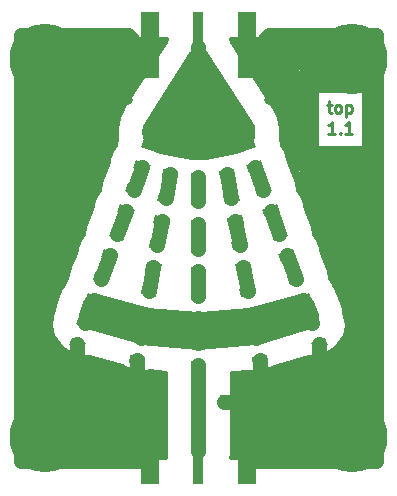
<source format=gtl>
G04 #@! TF.GenerationSoftware,KiCad,Pcbnew,5.0.2-bee76a0~70~ubuntu18.04.1*
G04 #@! TF.CreationDate,2019-07-24T00:54:38+02:00*
G04 #@! TF.ProjectId,DummyLoad,44756d6d-794c-46f6-9164-2e6b69636164,1.1*
G04 #@! TF.SameCoordinates,Original*
G04 #@! TF.FileFunction,Copper,L1,Top*
G04 #@! TF.FilePolarity,Positive*
%FSLAX46Y46*%
G04 Gerber Fmt 4.6, Leading zero omitted, Abs format (unit mm)*
G04 Created by KiCad (PCBNEW 5.0.2-bee76a0~70~ubuntu18.04.1) date Mi 24 Jul 2019 00:54:38 CEST*
%MOMM*%
%LPD*%
G01*
G04 APERTURE LIST*
G04 #@! TA.AperFunction,NonConductor*
%ADD10C,0.250000*%
G04 #@! TD*
G04 #@! TA.AperFunction,SMDPad,CuDef*
%ADD11R,1.300000X0.700000*%
G04 #@! TD*
G04 #@! TA.AperFunction,SMDPad,CuDef*
%ADD12R,0.900000X5.600000*%
G04 #@! TD*
G04 #@! TA.AperFunction,SMDPad,CuDef*
%ADD13R,1.650000X5.600000*%
G04 #@! TD*
G04 #@! TA.AperFunction,SMDPad,CuDef*
%ADD14C,0.700000*%
G04 #@! TD*
G04 #@! TA.AperFunction,Conductor*
%ADD15C,0.100000*%
G04 #@! TD*
G04 #@! TA.AperFunction,SMDPad,CuDef*
%ADD16R,0.700000X1.300000*%
G04 #@! TD*
G04 #@! TA.AperFunction,ViaPad*
%ADD17C,0.800000*%
G04 #@! TD*
G04 #@! TA.AperFunction,ViaPad*
%ADD18C,6.000000*%
G04 #@! TD*
G04 #@! TA.AperFunction,Conductor*
%ADD19C,1.300000*%
G04 #@! TD*
G04 #@! TA.AperFunction,Conductor*
%ADD20C,0.254000*%
G04 #@! TD*
G04 APERTURE END LIST*
D10*
X110904761Y-107910714D02*
X111285714Y-107910714D01*
X111047619Y-107577380D02*
X111047619Y-108434523D01*
X111095238Y-108529761D01*
X111190476Y-108577380D01*
X111285714Y-108577380D01*
X111761904Y-108577380D02*
X111666666Y-108529761D01*
X111619047Y-108482142D01*
X111571428Y-108386904D01*
X111571428Y-108101190D01*
X111619047Y-108005952D01*
X111666666Y-107958333D01*
X111761904Y-107910714D01*
X111904761Y-107910714D01*
X112000000Y-107958333D01*
X112047619Y-108005952D01*
X112095238Y-108101190D01*
X112095238Y-108386904D01*
X112047619Y-108482142D01*
X112000000Y-108529761D01*
X111904761Y-108577380D01*
X111761904Y-108577380D01*
X112523809Y-107910714D02*
X112523809Y-108910714D01*
X112523809Y-107958333D02*
X112619047Y-107910714D01*
X112809523Y-107910714D01*
X112904761Y-107958333D01*
X112952380Y-108005952D01*
X113000000Y-108101190D01*
X113000000Y-108386904D01*
X112952380Y-108482142D01*
X112904761Y-108529761D01*
X112809523Y-108577380D01*
X112619047Y-108577380D01*
X112523809Y-108529761D01*
X111571428Y-110327380D02*
X111000000Y-110327380D01*
X111285714Y-110327380D02*
X111285714Y-109327380D01*
X111190476Y-109470238D01*
X111095238Y-109565476D01*
X111000000Y-109613095D01*
X112000000Y-110232142D02*
X112047619Y-110279761D01*
X112000000Y-110327380D01*
X111952380Y-110279761D01*
X112000000Y-110232142D01*
X112000000Y-110327380D01*
X113000000Y-110327380D02*
X112428571Y-110327380D01*
X112714285Y-110327380D02*
X112714285Y-109327380D01*
X112619047Y-109470238D01*
X112523809Y-109565476D01*
X112428571Y-109613095D01*
D11*
G04 #@! TO.P,R15,1*
G04 #@! TO.N,Net-(R10-Pad1)*
X100000000Y-128050000D03*
G04 #@! TO.P,R15,2*
G04 #@! TO.N,/HF_OUT*
X100000000Y-129950000D03*
G04 #@! TD*
D12*
G04 #@! TO.P,CN1,1*
G04 #@! TO.N,/HF_IN*
X100000000Y-102800000D03*
D13*
G04 #@! TO.P,CN1,2*
G04 #@! TO.N,GND*
X104125000Y-102800000D03*
G04 #@! TO.P,CN1,3*
X95875000Y-102800000D03*
G04 #@! TD*
G04 #@! TO.P,CN2,3*
G04 #@! TO.N,GND*
X104125000Y-137200000D03*
G04 #@! TO.P,CN2,2*
X95875000Y-137200000D03*
D12*
G04 #@! TO.P,CN2,1*
G04 #@! TO.N,/HF_OUT*
X100000000Y-137200000D03*
G04 #@! TD*
D14*
G04 #@! TO.P,R1,1*
G04 #@! TO.N,/HF_IN*
X95878657Y-111323296D03*
D15*
G04 #@! TD*
G04 #@! TO.N,/HF_IN*
G04 #@! TO.C,R1*
G36*
X95387564Y-110772090D02*
X96609164Y-111216717D01*
X96369750Y-111874502D01*
X95148150Y-111429875D01*
X95387564Y-110772090D01*
X95387564Y-110772090D01*
G37*
D14*
G04 #@! TO.P,R1,2*
G04 #@! TO.N,Net-(R1-Pad2)*
X95228819Y-113108712D03*
D15*
G04 #@! TD*
G04 #@! TO.N,Net-(R1-Pad2)*
G04 #@! TO.C,R1*
G36*
X94737726Y-112557506D02*
X95959326Y-113002133D01*
X95719912Y-113659918D01*
X94498312Y-113215291D01*
X94737726Y-112557506D01*
X94737726Y-112557506D01*
G37*
D14*
G04 #@! TO.P,R2,2*
G04 #@! TO.N,Net-(R2-Pad2)*
X93860739Y-116867483D03*
D15*
G04 #@! TD*
G04 #@! TO.N,Net-(R2-Pad2)*
G04 #@! TO.C,R2*
G36*
X93369646Y-116316277D02*
X94591246Y-116760904D01*
X94351832Y-117418689D01*
X93130232Y-116974062D01*
X93369646Y-116316277D01*
X93369646Y-116316277D01*
G37*
D14*
G04 #@! TO.P,R2,1*
G04 #@! TO.N,Net-(R1-Pad2)*
X94510577Y-115082067D03*
D15*
G04 #@! TD*
G04 #@! TO.N,Net-(R1-Pad2)*
G04 #@! TO.C,R2*
G36*
X94019484Y-114530861D02*
X95241084Y-114975488D01*
X95001670Y-115633273D01*
X93780070Y-115188646D01*
X94019484Y-114530861D01*
X94019484Y-114530861D01*
G37*
D14*
G04 #@! TO.P,R3,1*
G04 #@! TO.N,Net-(R2-Pad2)*
X93142496Y-118840837D03*
D15*
G04 #@! TD*
G04 #@! TO.N,Net-(R2-Pad2)*
G04 #@! TO.C,R3*
G36*
X92651403Y-118289631D02*
X93873003Y-118734258D01*
X93633589Y-119392043D01*
X92411989Y-118947416D01*
X92651403Y-118289631D01*
X92651403Y-118289631D01*
G37*
D14*
G04 #@! TO.P,R3,2*
G04 #@! TO.N,Net-(R3-Pad2)*
X92492658Y-120626253D03*
D15*
G04 #@! TD*
G04 #@! TO.N,Net-(R3-Pad2)*
G04 #@! TO.C,R3*
G36*
X92001565Y-120075047D02*
X93223165Y-120519674D01*
X92983751Y-121177459D01*
X91762151Y-120732832D01*
X92001565Y-120075047D01*
X92001565Y-120075047D01*
G37*
D14*
G04 #@! TO.P,R4,2*
G04 #@! TO.N,Net-(R10-Pad1)*
X91124577Y-124385023D03*
D15*
G04 #@! TD*
G04 #@! TO.N,Net-(R10-Pad1)*
G04 #@! TO.C,R4*
G36*
X90633484Y-123833817D02*
X91855084Y-124278444D01*
X91615670Y-124936229D01*
X90394070Y-124491602D01*
X90633484Y-123833817D01*
X90633484Y-123833817D01*
G37*
D14*
G04 #@! TO.P,R4,1*
G04 #@! TO.N,Net-(R3-Pad2)*
X91774415Y-122599607D03*
D15*
G04 #@! TD*
G04 #@! TO.N,Net-(R3-Pad2)*
G04 #@! TO.C,R4*
G36*
X91283322Y-122048401D02*
X92504922Y-122493028D01*
X92265508Y-123150813D01*
X91043908Y-122706186D01*
X91283322Y-122048401D01*
X91283322Y-122048401D01*
G37*
D14*
G04 #@! TO.P,R5,1*
G04 #@! TO.N,Net-(R10-Pad1)*
X90406335Y-126358378D03*
D15*
G04 #@! TD*
G04 #@! TO.N,Net-(R10-Pad1)*
G04 #@! TO.C,R5*
G36*
X89915242Y-125807172D02*
X91136842Y-126251799D01*
X90897428Y-126909584D01*
X89675828Y-126464957D01*
X89915242Y-125807172D01*
X89915242Y-125807172D01*
G37*
D14*
G04 #@! TO.P,R5,2*
G04 #@! TO.N,GND*
X89756497Y-128143794D03*
D15*
G04 #@! TD*
G04 #@! TO.N,GND*
G04 #@! TO.C,R5*
G36*
X89265404Y-127592588D02*
X90487004Y-128037215D01*
X90247590Y-128695000D01*
X89025990Y-128250373D01*
X89265404Y-127592588D01*
X89265404Y-127592588D01*
G37*
D14*
G04 #@! TO.P,R6,1*
G04 #@! TO.N,/HF_IN*
X97907540Y-111866933D03*
D15*
G04 #@! TD*
G04 #@! TO.N,/HF_IN*
G04 #@! TO.C,R6*
G36*
X97328192Y-111409379D02*
X98608442Y-111635122D01*
X98486888Y-112324487D01*
X97206638Y-112098744D01*
X97328192Y-111409379D01*
X97328192Y-111409379D01*
G37*
D14*
G04 #@! TO.P,R6,2*
G04 #@! TO.N,Net-(R6-Pad2)*
X97577608Y-113738067D03*
D15*
G04 #@! TD*
G04 #@! TO.N,Net-(R6-Pad2)*
G04 #@! TO.C,R6*
G36*
X96998260Y-113280513D02*
X98278510Y-113506256D01*
X98156956Y-114195621D01*
X96876706Y-113969878D01*
X96998260Y-113280513D01*
X96998260Y-113280513D01*
G37*
D14*
G04 #@! TO.P,R7,2*
G04 #@! TO.N,Net-(R7-Pad2)*
X96883016Y-117677298D03*
D15*
G04 #@! TD*
G04 #@! TO.N,Net-(R7-Pad2)*
G04 #@! TO.C,R7*
G36*
X96303668Y-117219744D02*
X97583918Y-117445487D01*
X97462364Y-118134852D01*
X96182114Y-117909109D01*
X96303668Y-117219744D01*
X96303668Y-117219744D01*
G37*
D14*
G04 #@! TO.P,R7,1*
G04 #@! TO.N,Net-(R6-Pad2)*
X97212948Y-115806164D03*
D15*
G04 #@! TD*
G04 #@! TO.N,Net-(R6-Pad2)*
G04 #@! TO.C,R7*
G36*
X96633600Y-115348610D02*
X97913850Y-115574353D01*
X97792296Y-116263718D01*
X96512046Y-116037975D01*
X96633600Y-115348610D01*
X96633600Y-115348610D01*
G37*
D14*
G04 #@! TO.P,R8,1*
G04 #@! TO.N,Net-(R7-Pad2)*
X96518355Y-119745395D03*
D15*
G04 #@! TD*
G04 #@! TO.N,Net-(R7-Pad2)*
G04 #@! TO.C,R8*
G36*
X95939007Y-119287841D02*
X97219257Y-119513584D01*
X97097703Y-120202949D01*
X95817453Y-119977206D01*
X95939007Y-119287841D01*
X95939007Y-119287841D01*
G37*
D14*
G04 #@! TO.P,R8,2*
G04 #@! TO.N,Net-(R8-Pad2)*
X96188423Y-121616529D03*
D15*
G04 #@! TD*
G04 #@! TO.N,Net-(R8-Pad2)*
G04 #@! TO.C,R8*
G36*
X95609075Y-121158975D02*
X96889325Y-121384718D01*
X96767771Y-122074083D01*
X95487521Y-121848340D01*
X95609075Y-121158975D01*
X95609075Y-121158975D01*
G37*
D14*
G04 #@! TO.P,R9,2*
G04 #@! TO.N,Net-(R10-Pad1)*
X95493830Y-125555760D03*
D15*
G04 #@! TD*
G04 #@! TO.N,Net-(R10-Pad1)*
G04 #@! TO.C,R9*
G36*
X94914482Y-125098206D02*
X96194732Y-125323949D01*
X96073178Y-126013314D01*
X94792928Y-125787571D01*
X94914482Y-125098206D01*
X94914482Y-125098206D01*
G37*
D14*
G04 #@! TO.P,R9,1*
G04 #@! TO.N,Net-(R8-Pad2)*
X95823762Y-123684626D03*
D15*
G04 #@! TD*
G04 #@! TO.N,Net-(R8-Pad2)*
G04 #@! TO.C,R9*
G36*
X95244414Y-123227072D02*
X96524664Y-123452815D01*
X96403110Y-124142180D01*
X95122860Y-123916437D01*
X95244414Y-123227072D01*
X95244414Y-123227072D01*
G37*
D14*
G04 #@! TO.P,R10,1*
G04 #@! TO.N,Net-(R10-Pad1)*
X95129170Y-127623857D03*
D15*
G04 #@! TD*
G04 #@! TO.N,Net-(R10-Pad1)*
G04 #@! TO.C,R10*
G36*
X94549822Y-127166303D02*
X95830072Y-127392046D01*
X95708518Y-128081411D01*
X94428268Y-127855668D01*
X94549822Y-127166303D01*
X94549822Y-127166303D01*
G37*
D14*
G04 #@! TO.P,R10,2*
G04 #@! TO.N,GND*
X94799238Y-129494991D03*
D15*
G04 #@! TD*
G04 #@! TO.N,GND*
G04 #@! TO.C,R10*
G36*
X94219890Y-129037437D02*
X95500140Y-129263180D01*
X95378586Y-129952545D01*
X94098336Y-129726802D01*
X94219890Y-129037437D01*
X94219890Y-129037437D01*
G37*
D11*
G04 #@! TO.P,R11,1*
G04 #@! TO.N,/HF_IN*
X100000000Y-112050000D03*
G04 #@! TO.P,R11,2*
G04 #@! TO.N,Net-(R11-Pad2)*
X100000000Y-113950000D03*
G04 #@! TD*
G04 #@! TO.P,R12,2*
G04 #@! TO.N,Net-(R12-Pad2)*
X100000000Y-117950000D03*
G04 #@! TO.P,R12,1*
G04 #@! TO.N,Net-(R11-Pad2)*
X100000000Y-116050000D03*
G04 #@! TD*
G04 #@! TO.P,R13,1*
G04 #@! TO.N,Net-(R12-Pad2)*
X100000000Y-120050000D03*
G04 #@! TO.P,R13,2*
G04 #@! TO.N,Net-(R13-Pad2)*
X100000000Y-121950000D03*
G04 #@! TD*
G04 #@! TO.P,R14,2*
G04 #@! TO.N,Net-(R10-Pad1)*
X100000000Y-125950000D03*
G04 #@! TO.P,R14,1*
G04 #@! TO.N,Net-(R13-Pad2)*
X100000000Y-124050000D03*
G04 #@! TD*
D14*
G04 #@! TO.P,R16,2*
G04 #@! TO.N,Net-(R16-Pad2)*
X102422392Y-113738067D03*
D15*
G04 #@! TD*
G04 #@! TO.N,Net-(R16-Pad2)*
G04 #@! TO.C,R16*
G36*
X101721490Y-113506256D02*
X103001740Y-113280513D01*
X103123294Y-113969878D01*
X101843044Y-114195621D01*
X101721490Y-113506256D01*
X101721490Y-113506256D01*
G37*
D14*
G04 #@! TO.P,R16,1*
G04 #@! TO.N,/HF_IN*
X102092460Y-111866933D03*
D15*
G04 #@! TD*
G04 #@! TO.N,/HF_IN*
G04 #@! TO.C,R16*
G36*
X101391558Y-111635122D02*
X102671808Y-111409379D01*
X102793362Y-112098744D01*
X101513112Y-112324487D01*
X101391558Y-111635122D01*
X101391558Y-111635122D01*
G37*
D14*
G04 #@! TO.P,R17,1*
G04 #@! TO.N,Net-(R16-Pad2)*
X102787052Y-115806164D03*
D15*
G04 #@! TD*
G04 #@! TO.N,Net-(R16-Pad2)*
G04 #@! TO.C,R17*
G36*
X102086150Y-115574353D02*
X103366400Y-115348610D01*
X103487954Y-116037975D01*
X102207704Y-116263718D01*
X102086150Y-115574353D01*
X102086150Y-115574353D01*
G37*
D14*
G04 #@! TO.P,R17,2*
G04 #@! TO.N,Net-(R17-Pad2)*
X103116984Y-117677298D03*
D15*
G04 #@! TD*
G04 #@! TO.N,Net-(R17-Pad2)*
G04 #@! TO.C,R17*
G36*
X102416082Y-117445487D02*
X103696332Y-117219744D01*
X103817886Y-117909109D01*
X102537636Y-118134852D01*
X102416082Y-117445487D01*
X102416082Y-117445487D01*
G37*
D14*
G04 #@! TO.P,R18,2*
G04 #@! TO.N,Net-(R18-Pad2)*
X103811577Y-121616529D03*
D15*
G04 #@! TD*
G04 #@! TO.N,Net-(R18-Pad2)*
G04 #@! TO.C,R18*
G36*
X103110675Y-121384718D02*
X104390925Y-121158975D01*
X104512479Y-121848340D01*
X103232229Y-122074083D01*
X103110675Y-121384718D01*
X103110675Y-121384718D01*
G37*
D14*
G04 #@! TO.P,R18,1*
G04 #@! TO.N,Net-(R17-Pad2)*
X103481645Y-119745395D03*
D15*
G04 #@! TD*
G04 #@! TO.N,Net-(R17-Pad2)*
G04 #@! TO.C,R18*
G36*
X102780743Y-119513584D02*
X104060993Y-119287841D01*
X104182547Y-119977206D01*
X102902297Y-120202949D01*
X102780743Y-119513584D01*
X102780743Y-119513584D01*
G37*
D14*
G04 #@! TO.P,R19,1*
G04 #@! TO.N,Net-(R18-Pad2)*
X104176238Y-123684626D03*
D15*
G04 #@! TD*
G04 #@! TO.N,Net-(R18-Pad2)*
G04 #@! TO.C,R19*
G36*
X103475336Y-123452815D02*
X104755586Y-123227072D01*
X104877140Y-123916437D01*
X103596890Y-124142180D01*
X103475336Y-123452815D01*
X103475336Y-123452815D01*
G37*
D14*
G04 #@! TO.P,R19,2*
G04 #@! TO.N,Net-(R10-Pad1)*
X104506170Y-125555760D03*
D15*
G04 #@! TD*
G04 #@! TO.N,Net-(R10-Pad1)*
G04 #@! TO.C,R19*
G36*
X103805268Y-125323949D02*
X105085518Y-125098206D01*
X105207072Y-125787571D01*
X103926822Y-126013314D01*
X103805268Y-125323949D01*
X103805268Y-125323949D01*
G37*
D14*
G04 #@! TO.P,R20,2*
G04 #@! TO.N,GND*
X105200762Y-129494991D03*
D15*
G04 #@! TD*
G04 #@! TO.N,GND*
G04 #@! TO.C,R20*
G36*
X104499860Y-129263180D02*
X105780110Y-129037437D01*
X105901664Y-129726802D01*
X104621414Y-129952545D01*
X104499860Y-129263180D01*
X104499860Y-129263180D01*
G37*
D14*
G04 #@! TO.P,R20,1*
G04 #@! TO.N,Net-(R10-Pad1)*
X104870830Y-127623857D03*
D15*
G04 #@! TD*
G04 #@! TO.N,Net-(R10-Pad1)*
G04 #@! TO.C,R20*
G36*
X104169928Y-127392046D02*
X105450178Y-127166303D01*
X105571732Y-127855668D01*
X104291482Y-128081411D01*
X104169928Y-127392046D01*
X104169928Y-127392046D01*
G37*
D14*
G04 #@! TO.P,R21,1*
G04 #@! TO.N,/HF_IN*
X104121343Y-111323296D03*
D15*
G04 #@! TD*
G04 #@! TO.N,/HF_IN*
G04 #@! TO.C,R21*
G36*
X103390836Y-111216717D02*
X104612436Y-110772090D01*
X104851850Y-111429875D01*
X103630250Y-111874502D01*
X103390836Y-111216717D01*
X103390836Y-111216717D01*
G37*
D14*
G04 #@! TO.P,R21,2*
G04 #@! TO.N,Net-(R21-Pad2)*
X104771181Y-113108712D03*
D15*
G04 #@! TD*
G04 #@! TO.N,Net-(R21-Pad2)*
G04 #@! TO.C,R21*
G36*
X104040674Y-113002133D02*
X105262274Y-112557506D01*
X105501688Y-113215291D01*
X104280088Y-113659918D01*
X104040674Y-113002133D01*
X104040674Y-113002133D01*
G37*
D14*
G04 #@! TO.P,R22,2*
G04 #@! TO.N,Net-(R22-Pad2)*
X106139261Y-116867483D03*
D15*
G04 #@! TD*
G04 #@! TO.N,Net-(R22-Pad2)*
G04 #@! TO.C,R22*
G36*
X105408754Y-116760904D02*
X106630354Y-116316277D01*
X106869768Y-116974062D01*
X105648168Y-117418689D01*
X105408754Y-116760904D01*
X105408754Y-116760904D01*
G37*
D14*
G04 #@! TO.P,R22,1*
G04 #@! TO.N,Net-(R21-Pad2)*
X105489423Y-115082067D03*
D15*
G04 #@! TD*
G04 #@! TO.N,Net-(R21-Pad2)*
G04 #@! TO.C,R22*
G36*
X104758916Y-114975488D02*
X105980516Y-114530861D01*
X106219930Y-115188646D01*
X104998330Y-115633273D01*
X104758916Y-114975488D01*
X104758916Y-114975488D01*
G37*
D14*
G04 #@! TO.P,R23,1*
G04 #@! TO.N,Net-(R22-Pad2)*
X106857504Y-118840837D03*
D15*
G04 #@! TD*
G04 #@! TO.N,Net-(R22-Pad2)*
G04 #@! TO.C,R23*
G36*
X106126997Y-118734258D02*
X107348597Y-118289631D01*
X107588011Y-118947416D01*
X106366411Y-119392043D01*
X106126997Y-118734258D01*
X106126997Y-118734258D01*
G37*
D14*
G04 #@! TO.P,R23,2*
G04 #@! TO.N,Net-(R23-Pad2)*
X107507342Y-120626253D03*
D15*
G04 #@! TD*
G04 #@! TO.N,Net-(R23-Pad2)*
G04 #@! TO.C,R23*
G36*
X106776835Y-120519674D02*
X107998435Y-120075047D01*
X108237849Y-120732832D01*
X107016249Y-121177459D01*
X106776835Y-120519674D01*
X106776835Y-120519674D01*
G37*
D14*
G04 #@! TO.P,R24,2*
G04 #@! TO.N,Net-(R10-Pad1)*
X108875423Y-124385023D03*
D15*
G04 #@! TD*
G04 #@! TO.N,Net-(R10-Pad1)*
G04 #@! TO.C,R24*
G36*
X108144916Y-124278444D02*
X109366516Y-123833817D01*
X109605930Y-124491602D01*
X108384330Y-124936229D01*
X108144916Y-124278444D01*
X108144916Y-124278444D01*
G37*
D14*
G04 #@! TO.P,R24,1*
G04 #@! TO.N,Net-(R23-Pad2)*
X108225585Y-122599607D03*
D15*
G04 #@! TD*
G04 #@! TO.N,Net-(R23-Pad2)*
G04 #@! TO.C,R24*
G36*
X107495078Y-122493028D02*
X108716678Y-122048401D01*
X108956092Y-122706186D01*
X107734492Y-123150813D01*
X107495078Y-122493028D01*
X107495078Y-122493028D01*
G37*
D14*
G04 #@! TO.P,R25,1*
G04 #@! TO.N,Net-(R10-Pad1)*
X109593665Y-126358378D03*
D15*
G04 #@! TD*
G04 #@! TO.N,Net-(R10-Pad1)*
G04 #@! TO.C,R25*
G36*
X108863158Y-126251799D02*
X110084758Y-125807172D01*
X110324172Y-126464957D01*
X109102572Y-126909584D01*
X108863158Y-126251799D01*
X108863158Y-126251799D01*
G37*
D14*
G04 #@! TO.P,R25,2*
G04 #@! TO.N,GND*
X110243503Y-128143794D03*
D15*
G04 #@! TD*
G04 #@! TO.N,GND*
G04 #@! TO.C,R25*
G36*
X109512996Y-128037215D02*
X110734596Y-127592588D01*
X110974010Y-128250373D01*
X109752410Y-128695000D01*
X109512996Y-128037215D01*
X109512996Y-128037215D01*
G37*
D16*
G04 #@! TO.P,R51,2*
G04 #@! TO.N,GND*
X102150000Y-133000000D03*
G04 #@! TO.P,R51,1*
G04 #@! TO.N,/HF_OUT*
X100250000Y-133000000D03*
G04 #@! TD*
D17*
G04 #@! TO.N,/HF_IN*
X100000000Y-106000000D03*
X97000000Y-110000000D03*
X103000000Y-110000000D03*
D18*
G04 #@! TO.N,GND*
X87000000Y-104000000D03*
D17*
X89000000Y-102000000D03*
X91000000Y-102000000D03*
X93000000Y-102000000D03*
X85000000Y-106000000D03*
X85000000Y-108000000D03*
X85000000Y-110000000D03*
X85000000Y-112000000D03*
X85000000Y-114000000D03*
X85000000Y-116000000D03*
X85000000Y-118000000D03*
X85000000Y-120000000D03*
X85000000Y-122000000D03*
X85000000Y-124000000D03*
X85000000Y-126000000D03*
X85000000Y-128000000D03*
X85000000Y-130000000D03*
X85000000Y-132000000D03*
X85000000Y-134000000D03*
D18*
X87000000Y-136000000D03*
D17*
X89000000Y-138000000D03*
X91000000Y-138000000D03*
X93000000Y-138000000D03*
D18*
X113000000Y-136000000D03*
D17*
X111000000Y-138000000D03*
X109000000Y-138000000D03*
X107000000Y-138000000D03*
X115000000Y-134000000D03*
X115000000Y-132000000D03*
X115000000Y-130000000D03*
X115000000Y-128000000D03*
X115000000Y-126000000D03*
X115000000Y-124000000D03*
X115000000Y-122000000D03*
X115000000Y-120000000D03*
X115000000Y-118000000D03*
X115000000Y-116000000D03*
X115000000Y-114000000D03*
X115000000Y-112000000D03*
X115000000Y-110000000D03*
X115000000Y-108000000D03*
X115000000Y-106000000D03*
D18*
X113000000Y-104000000D03*
D17*
X111000000Y-102000000D03*
X109000000Y-102000000D03*
X107000000Y-102000000D03*
X89000000Y-130000000D03*
X95000000Y-131000000D03*
X105000000Y-131000000D03*
X111000000Y-130000000D03*
X94000000Y-107500000D03*
X106000000Y-107500000D03*
X91000000Y-115000000D03*
X109000000Y-115000000D03*
X112000000Y-123000000D03*
X88000000Y-123000000D03*
G04 #@! TO.N,Net-(R10-Pad1)*
X93000000Y-126000000D03*
X97000000Y-127000000D03*
X103000000Y-127000000D03*
X107000000Y-126000000D03*
G04 #@! TD*
D19*
G04 #@! TO.N,/HF_IN*
X100000000Y-103000000D02*
X100000000Y-110500000D01*
G04 #@! TO.N,GND*
X85000000Y-138000000D02*
X85000000Y-138000000D01*
X95075000Y-138000000D02*
X95875000Y-137200000D01*
X85000000Y-102000000D02*
X85000000Y-102000000D01*
X94000000Y-102000000D02*
X93000000Y-102000000D01*
X95875000Y-102800000D02*
X94800000Y-102800000D01*
X94800000Y-102800000D02*
X94000000Y-102000000D01*
X115000000Y-138000000D02*
X115000000Y-138000000D01*
X115000000Y-102000000D02*
X115000000Y-102000000D01*
X104925000Y-138000000D02*
X104125000Y-137200000D01*
X106000000Y-102000000D02*
X107000000Y-102000000D01*
X104125000Y-102800000D02*
X105200000Y-102800000D01*
X105200000Y-102800000D02*
X106000000Y-102000000D01*
X85000000Y-102000000D02*
X85000000Y-104000000D01*
X87000000Y-102000000D02*
X85000000Y-102000000D01*
X89000000Y-102000000D02*
X87000000Y-102000000D01*
X91000000Y-102000000D02*
X89000000Y-102000000D01*
X93000000Y-102000000D02*
X91000000Y-102000000D01*
X85000000Y-104000000D02*
X85000000Y-106000000D01*
X85000000Y-106000000D02*
X85000000Y-108000000D01*
X85000000Y-108000000D02*
X85000000Y-110000000D01*
X85000000Y-110000000D02*
X85000000Y-112000000D01*
X85000000Y-112000000D02*
X85000000Y-114000000D01*
X85000000Y-114000000D02*
X85000000Y-116000000D01*
X85000000Y-116000000D02*
X85000000Y-118000000D01*
X85000000Y-118000000D02*
X85000000Y-120000000D01*
X85000000Y-120000000D02*
X85000000Y-122000000D01*
X85000000Y-122000000D02*
X85000000Y-124000000D01*
X85000000Y-124000000D02*
X85000000Y-126000000D01*
X85000000Y-126000000D02*
X85000000Y-128000000D01*
X85000000Y-128000000D02*
X85000000Y-130000000D01*
X85000000Y-130000000D02*
X85000000Y-132000000D01*
X85000000Y-132000000D02*
X85000000Y-134000000D01*
X85000000Y-134000000D02*
X85000000Y-136000000D01*
X85000000Y-136000000D02*
X85000000Y-138000000D01*
X85000000Y-138000000D02*
X87000000Y-138000000D01*
X87000000Y-138000000D02*
X89000000Y-138000000D01*
X89000000Y-138000000D02*
X91000000Y-138000000D01*
X91000000Y-138000000D02*
X93000000Y-138000000D01*
X93000000Y-138000000D02*
X95075000Y-138000000D01*
X115000000Y-138000000D02*
X113000000Y-138000000D01*
X113000000Y-138000000D02*
X111000000Y-138000000D01*
X111000000Y-138000000D02*
X109000000Y-138000000D01*
X109000000Y-138000000D02*
X107000000Y-138000000D01*
X107000000Y-138000000D02*
X104925000Y-138000000D01*
X115000000Y-136000000D02*
X115000000Y-138000000D01*
X115000000Y-134000000D02*
X115000000Y-136000000D01*
X115000000Y-132000000D02*
X115000000Y-134000000D01*
X115000000Y-130000000D02*
X115000000Y-132000000D01*
X115000000Y-128000000D02*
X115000000Y-130000000D01*
X115000000Y-126000000D02*
X115000000Y-128000000D01*
X115000000Y-124000000D02*
X115000000Y-126000000D01*
X115000000Y-122000000D02*
X115000000Y-124000000D01*
X115000000Y-120000000D02*
X115000000Y-122000000D01*
X115000000Y-118000000D02*
X115000000Y-120000000D01*
X115000000Y-116000000D02*
X115000000Y-118000000D01*
X115000000Y-114000000D02*
X115000000Y-116000000D01*
X115000000Y-112000000D02*
X115000000Y-114000000D01*
X115000000Y-110000000D02*
X115000000Y-112000000D01*
X115000000Y-108000000D02*
X115000000Y-110000000D01*
X115000000Y-106000000D02*
X115000000Y-108000000D01*
X115000000Y-104000000D02*
X115000000Y-106000000D01*
X115000000Y-102000000D02*
X115000000Y-104000000D01*
X113000000Y-102000000D02*
X115000000Y-102000000D01*
X111000000Y-102000000D02*
X113000000Y-102000000D01*
X109000000Y-102000000D02*
X111000000Y-102000000D01*
X107000000Y-102000000D02*
X109000000Y-102000000D01*
X89756497Y-129243503D02*
X89000000Y-130000000D01*
X89756497Y-128143794D02*
X89756497Y-129243503D01*
X94799238Y-130799238D02*
X95000000Y-131000000D01*
X94799238Y-129494991D02*
X94799238Y-130799238D01*
X105200762Y-130799238D02*
X105000000Y-131000000D01*
X105200762Y-129494991D02*
X105200762Y-130799238D01*
X110243503Y-129243503D02*
X111000000Y-130000000D01*
X110243503Y-128143794D02*
X110243503Y-129243503D01*
X103000000Y-133000000D02*
X105000000Y-131000000D01*
X102150000Y-133000000D02*
X103000000Y-133000000D01*
G04 #@! TO.N,/HF_OUT*
X100000000Y-131800000D02*
X100000000Y-129950000D01*
X100000000Y-137200000D02*
X100000000Y-131800000D01*
G04 #@! TO.N,Net-(R1-Pad2)*
X95228819Y-113108712D02*
X94510577Y-115082067D01*
G04 #@! TO.N,Net-(R2-Pad2)*
X93860738Y-116867483D02*
X93142496Y-118840837D01*
G04 #@! TO.N,Net-(R3-Pad2)*
X92492658Y-120626253D02*
X91774416Y-122599607D01*
G04 #@! TO.N,Net-(R6-Pad2)*
X97577609Y-113738067D02*
X97212947Y-115806164D01*
G04 #@! TO.N,Net-(R7-Pad2)*
X96883016Y-117677298D02*
X96518355Y-119745395D01*
G04 #@! TO.N,Net-(R8-Pad2)*
X96188423Y-121616529D02*
X95823762Y-123684626D01*
G04 #@! TO.N,Net-(R10-Pad1)*
X91124577Y-124385023D02*
X90406335Y-126358378D01*
X95493831Y-125555760D02*
X95129169Y-127623857D01*
X104506169Y-125555760D02*
X104870831Y-127623857D01*
X108875423Y-124385023D02*
X109593665Y-126358378D01*
X100000000Y-125950000D02*
X100000000Y-128050000D01*
G04 #@! TO.N,Net-(R11-Pad2)*
X100000000Y-113950000D02*
X100000000Y-116050000D01*
G04 #@! TO.N,Net-(R12-Pad2)*
X100000000Y-117950000D02*
X100000000Y-120050000D01*
G04 #@! TO.N,Net-(R13-Pad2)*
X100000000Y-121950000D02*
X100000000Y-124050000D01*
G04 #@! TO.N,Net-(R16-Pad2)*
X102422391Y-113738067D02*
X102787053Y-115806164D01*
G04 #@! TO.N,Net-(R17-Pad2)*
X103116984Y-117677298D02*
X103481645Y-119745395D01*
G04 #@! TO.N,Net-(R18-Pad2)*
X103811577Y-121616529D02*
X104167556Y-123635385D01*
X104167556Y-123635385D02*
X104176238Y-123684626D01*
G04 #@! TO.N,Net-(R21-Pad2)*
X104771181Y-113108712D02*
X105489423Y-115082067D01*
G04 #@! TO.N,Net-(R22-Pad2)*
X106139262Y-116867483D02*
X106857504Y-118840837D01*
G04 #@! TO.N,Net-(R23-Pad2)*
X107507342Y-120626253D02*
X108225584Y-122599607D01*
G04 #@! TD*
D20*
G04 #@! TO.N,/HF_IN*
G36*
X100376586Y-103226852D02*
X100673640Y-103502129D01*
X104370089Y-109214823D01*
X104578102Y-109663722D01*
X104652216Y-110143765D01*
X104590420Y-110625548D01*
X104397552Y-111071347D01*
X104088718Y-111446250D01*
X103688093Y-111720907D01*
X103218491Y-111876647D01*
X100660342Y-112341766D01*
X100313944Y-112373000D01*
X99686056Y-112373000D01*
X99339658Y-112341766D01*
X96781509Y-111876647D01*
X96311907Y-111720907D01*
X95911282Y-111446250D01*
X95602448Y-111071347D01*
X95409580Y-110625548D01*
X95347784Y-110143765D01*
X95421898Y-109663722D01*
X95629911Y-109214823D01*
X99326360Y-103502129D01*
X99623414Y-103226852D01*
X100000000Y-103131045D01*
X100376586Y-103226852D01*
X100376586Y-103226852D01*
G37*
X100376586Y-103226852D02*
X100673640Y-103502129D01*
X104370089Y-109214823D01*
X104578102Y-109663722D01*
X104652216Y-110143765D01*
X104590420Y-110625548D01*
X104397552Y-111071347D01*
X104088718Y-111446250D01*
X103688093Y-111720907D01*
X103218491Y-111876647D01*
X100660342Y-112341766D01*
X100313944Y-112373000D01*
X99686056Y-112373000D01*
X99339658Y-112341766D01*
X96781509Y-111876647D01*
X96311907Y-111720907D01*
X95911282Y-111446250D01*
X95602448Y-111071347D01*
X95409580Y-110625548D01*
X95347784Y-110143765D01*
X95421898Y-109663722D01*
X95629911Y-109214823D01*
X99326360Y-103502129D01*
X99623414Y-103226852D01*
X100000000Y-103131045D01*
X100376586Y-103226852D01*
G04 #@! TO.N,GND*
G36*
X97258271Y-102549174D02*
X93732667Y-107997835D01*
X93588562Y-108259056D01*
X93369252Y-108732334D01*
X93197028Y-109302066D01*
X93117438Y-109817580D01*
X93109817Y-110412724D01*
X93136056Y-110617292D01*
X93110267Y-110688147D01*
X93017205Y-111292781D01*
X92699843Y-111815778D01*
X92460429Y-112473563D01*
X92427936Y-112684673D01*
X92092409Y-113606527D01*
X91981601Y-113789133D01*
X91742187Y-114446918D01*
X91649125Y-115051552D01*
X91331763Y-115574549D01*
X91092349Y-116232334D01*
X91059857Y-116443439D01*
X90724327Y-117365298D01*
X90613520Y-117547903D01*
X90374106Y-118205688D01*
X90281044Y-118810322D01*
X89963682Y-119333319D01*
X89724268Y-119991104D01*
X89691775Y-120202213D01*
X89356249Y-121124063D01*
X89245439Y-121306673D01*
X89006025Y-121964458D01*
X88912963Y-122569092D01*
X88595601Y-123092089D01*
X88586207Y-123117899D01*
X88401010Y-123431843D01*
X88233060Y-123788428D01*
X87859305Y-124820704D01*
X87753870Y-125242334D01*
X87715322Y-125510638D01*
X87637945Y-125723229D01*
X87509222Y-126559552D01*
X87710345Y-127381475D01*
X88210695Y-128063867D01*
X88215466Y-128066762D01*
X88493468Y-128445908D01*
X89437939Y-129019027D01*
X90529839Y-129187086D01*
X90764777Y-129129597D01*
X93514264Y-129922242D01*
X93607857Y-130011838D01*
X94637500Y-130412245D01*
X95741995Y-130388145D01*
X95815524Y-130355791D01*
X97217785Y-130483269D01*
X97223000Y-130509489D01*
X97223000Y-132073506D01*
X97223001Y-132073511D01*
X97223000Y-137473506D01*
X97287546Y-137798000D01*
X85202000Y-137798000D01*
X85202000Y-102202000D01*
X97327328Y-102202000D01*
X97258271Y-102549174D01*
X97258271Y-102549174D01*
G37*
X97258271Y-102549174D02*
X93732667Y-107997835D01*
X93588562Y-108259056D01*
X93369252Y-108732334D01*
X93197028Y-109302066D01*
X93117438Y-109817580D01*
X93109817Y-110412724D01*
X93136056Y-110617292D01*
X93110267Y-110688147D01*
X93017205Y-111292781D01*
X92699843Y-111815778D01*
X92460429Y-112473563D01*
X92427936Y-112684673D01*
X92092409Y-113606527D01*
X91981601Y-113789133D01*
X91742187Y-114446918D01*
X91649125Y-115051552D01*
X91331763Y-115574549D01*
X91092349Y-116232334D01*
X91059857Y-116443439D01*
X90724327Y-117365298D01*
X90613520Y-117547903D01*
X90374106Y-118205688D01*
X90281044Y-118810322D01*
X89963682Y-119333319D01*
X89724268Y-119991104D01*
X89691775Y-120202213D01*
X89356249Y-121124063D01*
X89245439Y-121306673D01*
X89006025Y-121964458D01*
X88912963Y-122569092D01*
X88595601Y-123092089D01*
X88586207Y-123117899D01*
X88401010Y-123431843D01*
X88233060Y-123788428D01*
X87859305Y-124820704D01*
X87753870Y-125242334D01*
X87715322Y-125510638D01*
X87637945Y-125723229D01*
X87509222Y-126559552D01*
X87710345Y-127381475D01*
X88210695Y-128063867D01*
X88215466Y-128066762D01*
X88493468Y-128445908D01*
X89437939Y-129019027D01*
X90529839Y-129187086D01*
X90764777Y-129129597D01*
X93514264Y-129922242D01*
X93607857Y-130011838D01*
X94637500Y-130412245D01*
X95741995Y-130388145D01*
X95815524Y-130355791D01*
X97217785Y-130483269D01*
X97223000Y-130509489D01*
X97223000Y-132073506D01*
X97223001Y-132073511D01*
X97223000Y-137473506D01*
X97287546Y-137798000D01*
X85202000Y-137798000D01*
X85202000Y-102202000D01*
X97327328Y-102202000D01*
X97258271Y-102549174D01*
G36*
X114798001Y-104760150D02*
X108477462Y-104760150D01*
X108428554Y-104769945D01*
X108387425Y-104797583D01*
X108360003Y-104838856D01*
X108350462Y-104887482D01*
X108373000Y-113500332D01*
X108382667Y-113548601D01*
X108410197Y-113589803D01*
X108451399Y-113617333D01*
X108500000Y-113627000D01*
X114798001Y-113627000D01*
X114798000Y-137798000D01*
X102712454Y-137798000D01*
X102777000Y-137473507D01*
X102777000Y-130509489D01*
X102777069Y-130509144D01*
X104270941Y-130388427D01*
X105362500Y-130412245D01*
X106392143Y-130011838D01*
X106426947Y-129978521D01*
X109261110Y-129135932D01*
X109470160Y-129187086D01*
X110562061Y-129019027D01*
X111506532Y-128445908D01*
X111784532Y-128066765D01*
X111789304Y-128063869D01*
X112289654Y-127381477D01*
X112490778Y-126559554D01*
X112362055Y-125723229D01*
X112272573Y-125477379D01*
X112239442Y-125248470D01*
X112134322Y-124829026D01*
X111757554Y-123788428D01*
X111589604Y-123431843D01*
X111428914Y-123159442D01*
X111404399Y-123092089D01*
X111087038Y-122569094D01*
X110993975Y-121964458D01*
X110754561Y-121306673D01*
X110643753Y-121124066D01*
X110308225Y-120202211D01*
X110275732Y-119991104D01*
X110036318Y-119333319D01*
X109718957Y-118810324D01*
X109625894Y-118205688D01*
X109386480Y-117547903D01*
X109275674Y-117365300D01*
X108940143Y-116443437D01*
X108907651Y-116232334D01*
X108668237Y-115574549D01*
X108350876Y-115051554D01*
X108257813Y-114446918D01*
X108018399Y-113789133D01*
X107907593Y-113606530D01*
X107572064Y-112684672D01*
X107539571Y-112473563D01*
X107300157Y-111815778D01*
X106982796Y-111292783D01*
X106889733Y-110688147D01*
X106863944Y-110617292D01*
X106890183Y-110412724D01*
X106882562Y-109817580D01*
X106802972Y-109302066D01*
X106630748Y-108732334D01*
X106411438Y-108259056D01*
X106267333Y-107997835D01*
X102741729Y-102549175D01*
X102672672Y-102202000D01*
X114798001Y-102202000D01*
X114798001Y-104760150D01*
X114798001Y-104760150D01*
G37*
X114798001Y-104760150D02*
X108477462Y-104760150D01*
X108428554Y-104769945D01*
X108387425Y-104797583D01*
X108360003Y-104838856D01*
X108350462Y-104887482D01*
X108373000Y-113500332D01*
X108382667Y-113548601D01*
X108410197Y-113589803D01*
X108451399Y-113617333D01*
X108500000Y-113627000D01*
X114798001Y-113627000D01*
X114798000Y-137798000D01*
X102712454Y-137798000D01*
X102777000Y-137473507D01*
X102777000Y-130509489D01*
X102777069Y-130509144D01*
X104270941Y-130388427D01*
X105362500Y-130412245D01*
X106392143Y-130011838D01*
X106426947Y-129978521D01*
X109261110Y-129135932D01*
X109470160Y-129187086D01*
X110562061Y-129019027D01*
X111506532Y-128445908D01*
X111784532Y-128066765D01*
X111789304Y-128063869D01*
X112289654Y-127381477D01*
X112490778Y-126559554D01*
X112362055Y-125723229D01*
X112272573Y-125477379D01*
X112239442Y-125248470D01*
X112134322Y-124829026D01*
X111757554Y-123788428D01*
X111589604Y-123431843D01*
X111428914Y-123159442D01*
X111404399Y-123092089D01*
X111087038Y-122569094D01*
X110993975Y-121964458D01*
X110754561Y-121306673D01*
X110643753Y-121124066D01*
X110308225Y-120202211D01*
X110275732Y-119991104D01*
X110036318Y-119333319D01*
X109718957Y-118810324D01*
X109625894Y-118205688D01*
X109386480Y-117547903D01*
X109275674Y-117365300D01*
X108940143Y-116443437D01*
X108907651Y-116232334D01*
X108668237Y-115574549D01*
X108350876Y-115051554D01*
X108257813Y-114446918D01*
X108018399Y-113789133D01*
X107907593Y-113606530D01*
X107572064Y-112684672D01*
X107539571Y-112473563D01*
X107300157Y-111815778D01*
X106982796Y-111292783D01*
X106889733Y-110688147D01*
X106863944Y-110617292D01*
X106890183Y-110412724D01*
X106882562Y-109817580D01*
X106802972Y-109302066D01*
X106630748Y-108732334D01*
X106411438Y-108259056D01*
X106267333Y-107997835D01*
X102741729Y-102549175D01*
X102672672Y-102202000D01*
X114798001Y-102202000D01*
X114798001Y-104760150D01*
G36*
X114872667Y-113373000D02*
X108626669Y-113373000D01*
X108609227Y-106707500D01*
X110049524Y-106707500D01*
X110049524Y-111477500D01*
X113950476Y-111477500D01*
X113950476Y-106707500D01*
X110049524Y-106707500D01*
X108609227Y-106707500D01*
X108604795Y-105014150D01*
X114850793Y-105014150D01*
X114872667Y-113373000D01*
X114872667Y-113373000D01*
G37*
X114872667Y-113373000D02*
X108626669Y-113373000D01*
X108609227Y-106707500D01*
X110049524Y-106707500D01*
X110049524Y-111477500D01*
X113950476Y-111477500D01*
X113950476Y-106707500D01*
X110049524Y-106707500D01*
X108609227Y-106707500D01*
X108604795Y-105014150D01*
X114850793Y-105014150D01*
X114872667Y-113373000D01*
G04 #@! TO.N,Net-(R10-Pad1)*
G36*
X109220297Y-124081050D02*
X109472836Y-124279761D01*
X109642217Y-124566894D01*
X110010545Y-125584181D01*
X110062869Y-125945700D01*
X109971154Y-126285579D01*
X109752303Y-126561325D01*
X109430449Y-126734086D01*
X105015675Y-128046586D01*
X104824269Y-128082367D01*
X100076079Y-128466060D01*
X99915881Y-128465256D01*
X95157725Y-128032697D01*
X94983119Y-127999900D01*
X90570224Y-126727715D01*
X90245508Y-126556442D01*
X90024131Y-126280466D01*
X89930897Y-125939177D01*
X89983105Y-125575796D01*
X90348397Y-124566894D01*
X90517778Y-124279761D01*
X90770317Y-124081050D01*
X91077732Y-123987463D01*
X91410147Y-124012655D01*
X95479428Y-125100483D01*
X95490062Y-125102842D01*
X95658794Y-125132750D01*
X95669589Y-125134189D01*
X99943381Y-125518350D01*
X99954881Y-125518860D01*
X100135976Y-125518675D01*
X100147475Y-125518141D01*
X104322328Y-125134246D01*
X104332993Y-125132808D01*
X104499683Y-125103085D01*
X104510188Y-125100749D01*
X108580467Y-124012655D01*
X108912882Y-123987463D01*
X109220297Y-124081050D01*
X109220297Y-124081050D01*
G37*
X109220297Y-124081050D02*
X109472836Y-124279761D01*
X109642217Y-124566894D01*
X110010545Y-125584181D01*
X110062869Y-125945700D01*
X109971154Y-126285579D01*
X109752303Y-126561325D01*
X109430449Y-126734086D01*
X105015675Y-128046586D01*
X104824269Y-128082367D01*
X100076079Y-128466060D01*
X99915881Y-128465256D01*
X95157725Y-128032697D01*
X94983119Y-127999900D01*
X90570224Y-126727715D01*
X90245508Y-126556442D01*
X90024131Y-126280466D01*
X89930897Y-125939177D01*
X89983105Y-125575796D01*
X90348397Y-124566894D01*
X90517778Y-124279761D01*
X90770317Y-124081050D01*
X91077732Y-123987463D01*
X91410147Y-124012655D01*
X95479428Y-125100483D01*
X95490062Y-125102842D01*
X95658794Y-125132750D01*
X95669589Y-125134189D01*
X99943381Y-125518350D01*
X99954881Y-125518860D01*
X100135976Y-125518675D01*
X100147475Y-125518141D01*
X104322328Y-125134246D01*
X104332993Y-125132808D01*
X104499683Y-125103085D01*
X104510188Y-125100749D01*
X108580467Y-124012655D01*
X108912882Y-123987463D01*
X109220297Y-124081050D01*
G04 #@! TD*
M02*

</source>
